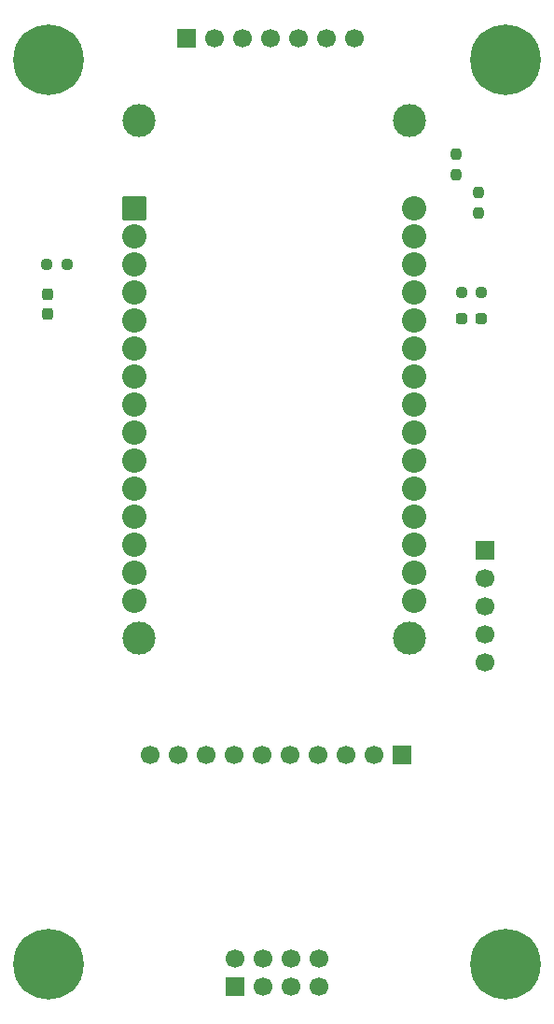
<source format=gts>
%TF.GenerationSoftware,KiCad,Pcbnew,9.0.5*%
%TF.CreationDate,2025-12-06T00:57:17+01:00*%
%TF.ProjectId,DronePCB,44726f6e-6550-4434-922e-6b696361645f,rev?*%
%TF.SameCoordinates,Original*%
%TF.FileFunction,Soldermask,Top*%
%TF.FilePolarity,Negative*%
%FSLAX46Y46*%
G04 Gerber Fmt 4.6, Leading zero omitted, Abs format (unit mm)*
G04 Created by KiCad (PCBNEW 9.0.5) date 2025-12-06 00:57:17*
%MOMM*%
%LPD*%
G01*
G04 APERTURE LIST*
G04 Aperture macros list*
%AMRoundRect*
0 Rectangle with rounded corners*
0 $1 Rounding radius*
0 $2 $3 $4 $5 $6 $7 $8 $9 X,Y pos of 4 corners*
0 Add a 4 corners polygon primitive as box body*
4,1,4,$2,$3,$4,$5,$6,$7,$8,$9,$2,$3,0*
0 Add four circle primitives for the rounded corners*
1,1,$1+$1,$2,$3*
1,1,$1+$1,$4,$5*
1,1,$1+$1,$6,$7*
1,1,$1+$1,$8,$9*
0 Add four rect primitives between the rounded corners*
20,1,$1+$1,$2,$3,$4,$5,0*
20,1,$1+$1,$4,$5,$6,$7,0*
20,1,$1+$1,$6,$7,$8,$9,0*
20,1,$1+$1,$8,$9,$2,$3,0*%
G04 Aperture macros list end*
%ADD10C,6.400000*%
%ADD11C,1.700000*%
%ADD12R,1.700000X1.700000*%
%ADD13C,2.204000*%
%ADD14RoundRect,0.102000X-1.000000X-1.000000X1.000000X-1.000000X1.000000X1.000000X-1.000000X1.000000X0*%
%ADD15C,3.000000*%
%ADD16RoundRect,0.237500X0.237500X-0.250000X0.237500X0.250000X-0.237500X0.250000X-0.237500X-0.250000X0*%
%ADD17RoundRect,0.237500X0.237500X-0.287500X0.237500X0.287500X-0.237500X0.287500X-0.237500X-0.287500X0*%
%ADD18RoundRect,0.237500X0.250000X0.237500X-0.250000X0.237500X-0.250000X-0.237500X0.250000X-0.237500X0*%
%ADD19RoundRect,0.237500X-0.287500X-0.237500X0.287500X-0.237500X0.287500X0.237500X-0.287500X0.237500X0*%
%ADD20RoundRect,0.237500X-0.250000X-0.237500X0.250000X-0.237500X0.250000X0.237500X-0.250000X0.237500X0*%
G04 APERTURE END LIST*
D10*
%TO.C,H1*%
X22000000Y-104500000D03*
%TD*%
%TO.C,H2*%
X63500000Y-104500000D03*
%TD*%
%TO.C,H3*%
X22000000Y-22500000D03*
%TD*%
%TO.C,H4*%
X63500000Y-22500000D03*
%TD*%
D11*
%TO.C,SIGNAUX*%
X49800000Y-20600000D03*
X47260000Y-20600000D03*
X44720000Y-20600000D03*
X42180000Y-20600000D03*
X39640000Y-20600000D03*
X37100000Y-20600000D03*
D12*
X34560000Y-20600000D03*
%TD*%
D13*
%TO.C,U1*%
X55200000Y-35985000D03*
X55200000Y-38525000D03*
X55200000Y-41065000D03*
X55200000Y-43605000D03*
X55200000Y-46145000D03*
X55200000Y-48685000D03*
X55200000Y-51225000D03*
X55200000Y-53765000D03*
X55200000Y-56305000D03*
X55200000Y-58845000D03*
X55200000Y-61385000D03*
X55200000Y-63925000D03*
X55200000Y-66465000D03*
X55200000Y-69005000D03*
X55200000Y-71545000D03*
X29800000Y-71545000D03*
X29800000Y-69005000D03*
X29800000Y-66465000D03*
X29800000Y-63925000D03*
X29800000Y-61385000D03*
X29800000Y-58845000D03*
X29800000Y-56305000D03*
X29800000Y-53765000D03*
X29800000Y-51225000D03*
X29800000Y-48685000D03*
X29800000Y-46145000D03*
X29800000Y-43605000D03*
X29800000Y-41065000D03*
X29800000Y-38525000D03*
D14*
X29800000Y-35985000D03*
D15*
X54730000Y-74975000D03*
X54730000Y-28025000D03*
X30220000Y-74975000D03*
X30220000Y-28025000D03*
%TD*%
D16*
%TO.C,R4*%
X61000000Y-36412500D03*
X61000000Y-34587500D03*
%TD*%
D17*
%TO.C,D1*%
X21900000Y-45550000D03*
X21900000Y-43800000D03*
%TD*%
D16*
%TO.C,R3*%
X59000000Y-32912500D03*
X59000000Y-31087500D03*
%TD*%
D18*
%TO.C,R1*%
X23700000Y-41100000D03*
X21875000Y-41100000D03*
%TD*%
D19*
%TO.C,D2*%
X59525000Y-46000000D03*
X61275000Y-46000000D03*
%TD*%
D12*
%TO.C,GY-271*%
X61600000Y-67000000D03*
D11*
X61600000Y-69540000D03*
X61600000Y-72080000D03*
X61600000Y-74620000D03*
X61600000Y-77160000D03*
%TD*%
D20*
%TO.C,R2*%
X59475000Y-43600000D03*
X61300000Y-43600000D03*
%TD*%
D12*
%TO.C,MPU9265*%
X54080000Y-85500000D03*
D11*
X51540000Y-85500000D03*
X49000000Y-85500000D03*
X46460000Y-85500000D03*
X43920000Y-85500000D03*
X41380000Y-85500000D03*
X38840000Y-85500000D03*
X36300000Y-85500000D03*
X33760000Y-85500000D03*
X31220000Y-85500000D03*
%TD*%
D12*
%TO.C,NRF24L01*%
X38960000Y-106500000D03*
D11*
X38960000Y-103960000D03*
X41500000Y-106500000D03*
X41500000Y-103960000D03*
X44040000Y-106500000D03*
X44040000Y-103960000D03*
X46580000Y-106500000D03*
X46580000Y-103960000D03*
%TD*%
M02*

</source>
